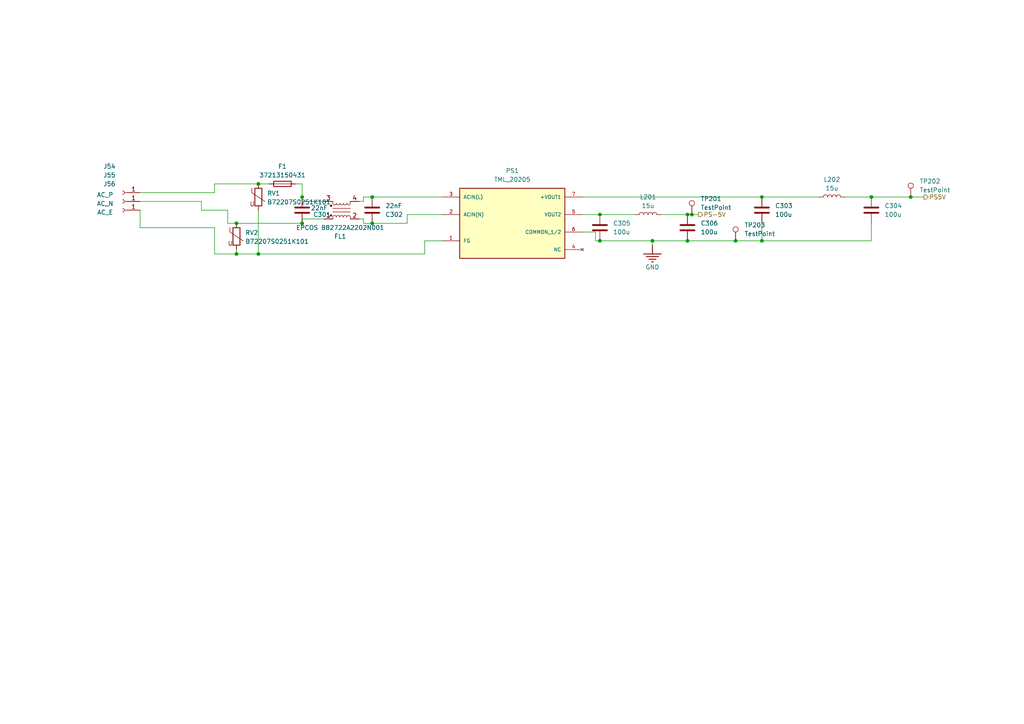
<source format=kicad_sch>
(kicad_sch (version 20250114) (generator "eeschema") (generator_version "9.0")
  (paper "A4")
  (lib_symbols
    (symbol "Connector:Conn_01x01_Socket" (pin_names (offset 1.016) (hide yes))
      (property "Reference" "J" (at 0 2.54 0))
      (property "Value" "Conn_01x01_Socket" (at 0 -2.54 0))
      (symbol "Conn_01x01_Socket_1_1"
        (polyline (pts (xy -1.27 0) (xy -0.508 0)) (stroke (width 0.1524)))
        (arc (start 0 -0.508) (mid -0.5058 0) (end 0 0.508) (stroke (width 0.1524)))
        (pin passive line (at -5.08 0 0) (length 3.81) (name "Pin_1") (number "1"))
      )
    )
    (symbol "Connector:TestPoint" (pin_numbers (hide yes)) (pin_names (offset 0.762) (hide yes))
      (property "Reference" "TP" (at 0 6.858 0))
      (property "Value" "TestPoint" (at 0 5.08 0))
      (symbol "TestPoint_0_1"
        (circle (center 0 3.302) (radius 0.762))
      )
      (symbol "TestPoint_1_1"
        (pin passive line (at 0 0 90) (length 2.54) (name "1") (number "1"))
      )
    )
    (symbol "Device:C" (pin_numbers (hide yes)) (pin_names (offset 0.254))
      (property "Reference" "C" (at 0.635 2.54 0))
      (property "Value" "C" (at 0.635 -2.54 0))
      (symbol "C_0_1"
        (polyline (pts (xy -2.032 0.762) (xy 2.032 0.762)) (stroke (width 0.508)))
        (polyline (pts (xy -2.032 -0.762) (xy 2.032 -0.762)) (stroke (width 0.508)))
      )
      (symbol "C_1_1"
        (pin passive line (at 0 3.81 270) (length 2.794) (name "~") (number "1"))
        (pin passive line (at 0 -3.81 90) (length 2.794) (name "~") (number "2"))
      )
    )
    (symbol "Device:Filter_EMI_LL" (pin_names (offset 0.254) (hide yes))
      (property "Reference" "FL" (at 0 4.445 0))
      (property "Value" "Filter_EMI_LL" (at 0 -4.445 0))
      (symbol "Filter_EMI_LL_0_1"
        (circle (center -3.048 1.524) (radius 0.254) (fill (type outline)))
        (circle (center -3.048 -1.27) (radius 0.254) (fill (type outline)))
        (polyline (pts (xy -2.54 2.032) (xy -2.54 2.54)))
        (polyline (pts (xy -2.54 0.508) (xy 2.54 0.508)))
        (polyline (pts (xy -2.54 -2.032) (xy -2.54 -2.54)))
        (arc (start -1.524 2.032) (mid -2.032 1.5262) (end -2.54 2.032))
        (arc (start -2.54 -2.032) (mid -2.032 -1.5262) (end -1.524 -2.032))
        (arc (start -0.508 2.032) (mid -1.016 1.5262) (end -1.524 2.032))
        (arc (start -1.524 -2.032) (mid -1.016 -1.5262) (end -0.508 -2.032))
        (arc (start 0.508 2.032) (mid 0 1.5262) (end -0.508 2.032))
        (arc (start -0.508 -2.032) (mid 0 -1.5262) (end 0.508 -2.032))
        (arc (start 1.524 2.032) (mid 1.016 1.5262) (end 0.508 2.032))
        (arc (start 0.508 -2.032) (mid 1.016 -1.5262) (end 1.524 -2.032))
        (arc (start 2.54 2.032) (mid 2.032 1.5262) (end 1.524 2.032))
        (arc (start 1.524 -2.032) (mid 2.032 -1.5262) (end 2.54 -2.032))
        (polyline (pts (xy 2.54 2.54) (xy 2.54 2.032)))
        (polyline (pts (xy 2.54 -0.508) (xy -2.54 -0.508)))
        (polyline (pts (xy 2.54 -2.032) (xy 2.54 -2.54)))
      )
      (symbol "Filter_EMI_LL_1_1"
        (pin passive line (at -5.08 2.54 0) (length 2.54) (name "1") (number "1"))
        (pin passive line (at -5.08 -2.54 0) (length 2.54) (name "3") (number "3"))
        (pin passive line (at 5.08 2.54 180) (length 2.54) (name "2") (number "2"))
        (pin passive line (at 5.08 -2.54 180) (length 2.54) (name "4") (number "4"))
      )
    )
    (symbol "Device:Fuse" (pin_numbers (hide yes)) (pin_names (offset 0))
      (property "Reference" "F" (at 2.032 0 90))
      (property "Value" "Fuse" (at -1.905 0 90))
      (symbol "Fuse_0_1"
        (rectangle (start -0.762 -2.54) (end 0.762 2.54) (stroke (width 0.254)))
        (polyline (pts (xy 0 2.54) (xy 0 -2.54)))
      )
      (symbol "Fuse_1_1"
        (pin passive line (at 0 3.81 270) (length 1.27) (name "~") (number "1"))
        (pin passive line (at 0 -3.81 90) (length 1.27) (name "~") (number "2"))
      )
    )
    (symbol "Device:L" (pin_numbers (hide yes)) (pin_names (offset 1.016) (hide yes))
      (property "Reference" "L" (at -1.27 0 90))
      (property "Value" "L" (at 1.905 0 90))
      (symbol "L_0_1"
        (arc (start 0 2.54) (mid 0.6323 1.905) (end 0 1.27))
        (arc (start 0 1.27) (mid 0.6323 0.635) (end 0 0))
        (arc (start 0 0) (mid 0.6323 -0.635) (end 0 -1.27))
        (arc (start 0 -1.27) (mid 0.6323 -1.905) (end 0 -2.54))
      )
      (symbol "L_1_1"
        (pin passive line (at 0 3.81 270) (length 1.27) (name "1") (number "1"))
        (pin passive line (at 0 -3.81 90) (length 1.27) (name "2") (number "2"))
      )
    )
    (symbol "Device:Varistor" (pin_numbers (hide yes)) (pin_names (offset 0))
      (property "Reference" "RV" (at 3.175 0 90))
      (property "Value" "Varistor" (at -3.175 0 90))
      (symbol "Varistor_0_0"
        (text "U" (at -1.778 -2.032 0) (effects (font (size 1.27 1.27))))
      )
      (symbol "Varistor_0_1"
        (polyline (pts (xy -1.905 2.54) (xy -1.905 1.27) (xy 1.905 -1.27)))
        (rectangle (start -1.016 -2.54) (end 1.016 2.54) (stroke (width 0.254)))
      )
      (symbol "Varistor_1_1"
        (pin passive line (at 0 3.81 270) (length 1.27) (name "~") (number "1"))
        (pin passive line (at 0 -3.81 90) (length 1.27) (name "~") (number "2"))
      )
    )
    (symbol "DifferentialProbe-altium-import:GND" (power)
      (property "Reference" "#PWR" (at 0 0 0))
      (property "Value" "GND" (at 0 6.35 0))
      (symbol "GND_0_0"
        (polyline (pts (xy -2.54 -2.54) (xy 2.54 -2.54)) (stroke (width 0.254)))
        (polyline (pts (xy -1.778 -3.302) (xy 1.778 -3.302)) (stroke (width 0.254)))
        (polyline (pts (xy -1.016 -4.064) (xy 1.016 -4.064)) (stroke (width 0.254)))
        (polyline (pts (xy -0.254 -4.826) (xy 0.254 -4.826)) (stroke (width 0.254)))
        (polyline (pts (xy 0 0) (xy 0 -2.54)) (stroke (width 0.254)))
        (pin power_in line (at 0 0 0) (length 0) (hide yes) (name "GND") (number ""))
      )
    )
    (symbol "New_Library:TML_20205" (pin_names (offset 1.016))
      (property "Reference" "PS" (at -15.24 10.922 0))
      (property "Value" "TML_20205" (at -15.24 -12.7 0))
      (symbol "TML_20205_0_0"
        (rectangle (start -15.24 -10.16) (end 15.24 10.16) (stroke (width 0.254)) (fill (type background)))
        (pin input line (at -20.32 7.62 0) (length 5.08) (name "ACIN(L)") (number "3"))
        (pin input line (at -20.32 2.54 0) (length 5.08) (name "ACIN(N)") (number "2"))
        (pin passive line (at -20.32 -5.08 0) (length 5.08) (name "FG") (number "1"))
        (pin output line (at 20.32 7.62 180) (length 5.08) (name "+VOUT1") (number "7"))
        (pin output line (at 20.32 2.54 180) (length 5.08) (name "VOUT2") (number "5"))
        (pin passive line (at 20.32 -2.54 180) (length 5.08) (name "COMMON_1/2") (number "6"))
        (pin no_connect line (at 20.32 -7.62 180) (length 5.08) (name "NC") (number "4"))
      )
    )
  )
  (junction (at 173.99 69.85))
  (junction (at 199.39 69.85))
  (junction (at 264.16 57.15))
  (junction (at 173.99 62.23))
  (junction (at 200.66 62.23))
  (junction (at 252.73 57.15))
  (junction (at 107.95 64.77))
  (junction (at 87.63 64.77))
  (junction (at 220.98 57.15))
  (junction (at 220.98 69.85))
  (junction (at 74.93 73.66))
  (junction (at 87.63 57.15))
  (junction (at 107.95 57.15))
  (junction (at 213.36 69.85))
  (junction (at 199.39 62.23))
  (junction (at 68.58 64.77))
  (junction (at 74.93 53.34))
  (junction (at 189.23 69.85))
  (junction (at 68.58 73.66))
  (wire (pts (xy 200.66 62.23) (xy 202.565 62.23)))
  (wire (pts (xy 168.91 62.23) (xy 173.99 62.23)))
  (wire (pts (xy 189.23 69.85) (xy 199.39 69.85)))
  (wire (pts (xy 220.98 69.85) (xy 252.73 69.85)))
  (wire (pts (xy 264.16 57.15) (xy 267.97 57.15)))
  (wire (pts (xy 85.725 53.34) (xy 87.63 53.34)))
  (wire (pts (xy 105.41 57.15) (xy 105.41 58.42)))
  (wire (pts (xy 68.58 72.39) (xy 68.58 73.66)))
  (wire (pts (xy 220.98 64.77) (xy 220.98 69.85)))
  (wire (pts (xy 173.99 69.85) (xy 172.72 69.85)))
  (wire (pts (xy 40.64 60.96) (xy 40.64 66.04)))
  (wire (pts (xy 118.11 62.23) (xy 128.27 62.23)))
  (wire (pts (xy 123.19 73.66) (xy 123.19 69.85)))
  (wire (pts (xy 87.63 63.5) (xy 93.98 63.5)))
  (wire (pts (xy 105.41 64.77) (xy 105.41 63.5)))
  (wire (pts (xy 172.72 67.31) (xy 168.91 67.31)))
  (wire (pts (xy 74.93 60.96) (xy 74.93 73.66)))
  (wire (pts (xy 105.41 63.5) (xy 104.14 63.5)))
  (wire (pts (xy 199.39 62.23) (xy 200.66 62.23)))
  (wire (pts (xy 74.93 53.34) (xy 78.105 53.34)))
  (wire (pts (xy 123.19 69.85) (xy 128.27 69.85)))
  (wire (pts (xy 62.23 66.04) (xy 62.23 73.66)))
  (wire (pts (xy 245.11 57.15) (xy 252.73 57.15)))
  (wire (pts (xy 40.64 58.42) (xy 58.42 58.42)))
  (wire (pts (xy 87.63 64.77) (xy 87.63 63.5)))
  (wire (pts (xy 173.99 62.23) (xy 184.15 62.23)))
  (wire (pts (xy 68.58 64.77) (xy 87.63 64.77)))
  (wire (pts (xy 172.72 69.85) (xy 172.72 67.31)))
  (wire (pts (xy 40.64 55.88) (xy 62.23 55.88)))
  (wire (pts (xy 40.64 66.04) (xy 62.23 66.04)))
  (wire (pts (xy 199.39 69.85) (xy 213.36 69.85)))
  (wire (pts (xy 87.63 57.15) (xy 87.63 53.34)))
  (wire (pts (xy 74.93 73.66) (xy 123.19 73.66)))
  (wire (pts (xy 213.36 69.85) (xy 220.98 69.85)))
  (wire (pts (xy 58.42 60.96) (xy 66.04 60.96)))
  (wire (pts (xy 105.41 57.15) (xy 107.95 57.15)))
  (wire (pts (xy 66.04 64.77) (xy 66.04 60.96)))
  (wire (pts (xy 252.73 57.15) (xy 264.16 57.15)))
  (wire (pts (xy 105.41 64.77) (xy 107.95 64.77)))
  (wire (pts (xy 105.41 58.42) (xy 104.14 58.42)))
  (wire (pts (xy 87.63 58.42) (xy 87.63 57.15)))
  (wire (pts (xy 66.04 64.77) (xy 68.58 64.77)))
  (wire (pts (xy 189.23 69.85) (xy 189.23 71.12)))
  (wire (pts (xy 107.95 57.15) (xy 128.27 57.15)))
  (wire (pts (xy 62.23 73.66) (xy 68.58 73.66)))
  (wire (pts (xy 62.23 55.88) (xy 62.23 53.34)))
  (wire (pts (xy 252.73 64.77) (xy 252.73 69.85)))
  (wire (pts (xy 191.77 62.23) (xy 199.39 62.23)))
  (wire (pts (xy 168.91 57.15) (xy 220.98 57.15)))
  (wire (pts (xy 107.95 64.77) (xy 118.11 64.77)))
  (wire (pts (xy 58.42 58.42) (xy 58.42 60.96)))
  (wire (pts (xy 93.98 58.42) (xy 87.63 58.42)))
  (wire (pts (xy 220.98 57.15) (xy 237.49 57.15)))
  (wire (pts (xy 62.23 53.34) (xy 74.93 53.34)))
  (wire (pts (xy 68.58 73.66) (xy 74.93 73.66)))
  (wire (pts (xy 118.11 64.77) (xy 118.11 62.23)))
  (wire (pts (xy 173.99 69.85) (xy 189.23 69.85)))
  (hierarchical_label "PS-5V" (shape output) (at 202.565 62.23 0))
  (hierarchical_label "PS5V" (shape output) (at 267.97 57.15 0))
  (symbol (lib_id "Connector:TestPoint") (at 200.66 62.23 0) (unit 1)
    (property "Reference" "TP201" (at 203.2 57.6579 0) (effects (justify left)))
    (property "Value" "TestPoint" (at 203.2 60.1979 0) (effects (justify left)))
    (property "Footprint" "TestPoint:TestPoint_Pad_D2.0mm" (effects (hide yes)))
    (property "Description" "test point" (effects (hide yes)))
  )
  (symbol (lib_id "Device:C") (at 87.63 60.96 0) (mirror x) (unit 1)
    (property "Reference" "C301" (at 90.805 62.23 0) (effects (justify left)))
    (property "Value" "22nF" (at 90.17 60.325 0) (effects (justify left)))
    (property "Footprint" "Capacitor_THT:C_Rect_L13.0mm_W4.0mm_P10.00mm_FKS3_FKP3_MKS4" (effects (hide yes)))
  )
  (symbol (lib_id "Connector:TestPoint") (at 213.36 69.85 0) (unit 1)
    (property "Reference" "TP203" (at 215.9 65.2779 0) (effects (justify left)))
    (property "Value" "TestPoint" (at 215.9 67.8179 0) (effects (justify left)))
    (property "Footprint" "TestPoint:TestPoint_Pad_D2.0mm" (effects (hide yes)))
    (property "Description" "test point" (effects (hide yes)))
  )
  (symbol (lib_id "Device:C") (at 220.98 60.96 0) (unit 1)
    (property "Reference" "C303" (at 224.79 59.6899 0) (effects (justify left)))
    (property "Value" "100u" (at 224.79 62.2299 0) (effects (justify left)))
    (property "Footprint" "Capacitor_SMD:C_1206_3216Metric" (effects (hide yes)))
  )
  (symbol (lib_id "Device:C") (at 252.73 60.96 0) (unit 1)
    (property "Reference" "C304" (at 256.54 59.69 0) (effects (justify left)))
    (property "Value" "100u" (at 256.54 62.23 0) (effects (justify left)))
    (property "Footprint" "Capacitor_SMD:C_1206_3216Metric" (effects (hide yes)))
  )
  (symbol (lib_id "New_Library:TML_20205") (at 148.59 64.77 0) (unit 1)
    (property "Reference" "PS1" (at 148.59 49.53 0))
    (property "Value" "TML_20205" (at 148.59 52.07 0))
    (property "Footprint" "MyLib:CONV_TML_20205" (effects (hide yes)))
    (property "PARTREV" "April 7,2021" (effects (hide yes)))
    (property "STANDARD" "IPC 7351B" (effects (hide yes)))
    (property "MAXIMUM_PACKAGE_HEIGHT" "22.2mm" (effects (hide yes)))
    (property "MANUFACTURER" "Traco Power" (effects (hide yes)))
  )
  (symbol (lib_id "Connector:Conn_01x01_Socket") (at 35.56 60.96 180) (unit 1)
    (property "Reference" "J56" (at 31.75 53.34 0))
    (property "Value" "AC_E" (at 30.48 61.595 0))
    (property "Footprint" "Connector_Pin:Pin_D1.4mm_L8.5mm_W2.8mm_FlatFork" (effects (hide yes)))
  )
  (symbol (lib_id "Device:C") (at 107.95 60.96 0) (mirror x) (unit 1)
    (property "Reference" "C302" (at 111.76 62.23 0) (effects (justify left)))
    (property "Value" "22nF" (at 111.76 59.69 0) (effects (justify left)))
    (property "Footprint" "Capacitor_THT:C_Rect_L13.0mm_W4.0mm_P10.00mm_FKS3_FKP3_MKS4" (effects (hide yes)))
  )
  (symbol (lib_id "Connector:Conn_01x01_Socket") (at 35.56 58.42 180) (unit 1)
    (property "Reference" "J55" (at 31.75 50.8 0))
    (property "Value" "AC_N" (at 30.48 59.055 0))
    (property "Footprint" "Connector_Pin:Pin_D1.4mm_L8.5mm_W2.8mm_FlatFork" (effects (hide yes)))
  )
  (symbol (lib_id "Connector:TestPoint") (at 264.16 57.15 0) (unit 1)
    (property "Reference" "TP202" (at 266.7 52.5779 0) (effects (justify left)))
    (property "Value" "TestPoint" (at 266.7 55.1179 0) (effects (justify left)))
    (property "Footprint" "TestPoint:TestPoint_Pad_D2.0mm" (effects (hide yes)))
    (property "Description" "test point" (effects (hide yes)))
  )
  (symbol (lib_id "Connector:Conn_01x01_Socket") (at 35.56 55.88 180) (unit 1)
    (property "Reference" "J54" (at 31.75 48.26 0))
    (property "Value" "AC_P" (at 30.48 56.515 0))
    (property "Footprint" "Connector_Pin:Pin_D1.4mm_L8.5mm_W2.8mm_FlatFork" (effects (hide yes)))
  )
  (symbol (lib_id "Device:L") (at 187.96 62.23 90) (unit 1)
    (property "Reference" "L201" (at 187.96 57.15 90))
    (property "Value" "15u" (at 187.96 59.69 90))
    (property "Footprint" "Inductor_SMD:L_Ferrocore_DLG-1004" (effects (hide yes)))
    (property "Description" "Inductor" (effects (hide yes)))
  )
  (symbol (lib_id "Device:Varistor") (at 68.58 68.58 0) (unit 1)
    (property "Reference" "RV2" (at 71.12 67.5033 0) (effects (justify left)))
    (property "Value" "B72207S0251K101" (at 71.12 70.0433 0) (effects (justify left)))
    (property "Footprint" "Varistor:RV_Disc_D9mm_W4.2mm_P5mm" (effects (hide yes)))
    (property "Sim.Name" "kicad_builtin_varistor" (effects (hide yes)))
    (property "Sim.Device" "SUBCKT" (effects (hide yes)))
    (property "Sim.Pins" "1=A 2=B" (effects (hide yes)))
    (property "Sim.Params" "threshold=1k" (effects (hide yes)))
    (property "Sim.Library" "${KICAD7_SYMBOL_DIR}/Simulation_SPICE.sp" (effects (hide yes)))
  )
  (symbol (lib_id "Device:Varistor") (at 74.93 57.15 0) (unit 1)
    (property "Reference" "RV1" (at 77.47 56.0733 0) (effects (justify left)))
    (property "Value" "B72207S0251K101" (at 77.47 58.6133 0) (effects (justify left)))
    (property "Footprint" "Varistor:RV_Disc_D9mm_W4.2mm_P5mm" (effects (hide yes)))
    (property "Sim.Name" "kicad_builtin_varistor" (effects (hide yes)))
    (property "Sim.Device" "SUBCKT" (effects (hide yes)))
    (property "Sim.Pins" "1=A 2=B" (effects (hide yes)))
    (property "Sim.Params" "threshold=1k" (effects (hide yes)))
    (property "Sim.Library" "${KICAD7_SYMBOL_DIR}/Simulation_SPICE.sp" (effects (hide yes)))
  )
  (symbol (lib_id "Device:C") (at 173.99 66.04 0) (unit 1)
    (property "Reference" "C305" (at 177.8 64.7699 0) (effects (justify left)))
    (property "Value" "100u" (at 177.8 67.3099 0) (effects (justify left)))
    (property "Footprint" "Capacitor_SMD:C_1206_3216Metric" (effects (hide yes)))
  )
  (symbol (lib_id "Device:Fuse") (at 81.915 53.34 90) (unit 1)
    (property "Reference" "F1" (at 81.915 48.26 90))
    (property "Value" "37213150431" (at 81.915 50.8 90))
    (property "Footprint" "Fuse:Fuse_Littelfuse_372_D8.50mm" (effects (hide yes)))
  )
  (symbol (lib_id "Device:L") (at 241.3 57.15 90) (unit 1)
    (property "Reference" "L202" (at 241.3 52.07 90))
    (property "Value" "15u" (at 241.3 54.61 90))
    (property "Footprint" "Inductor_SMD:L_Ferrocore_DLG-1004" (effects (hide yes)))
    (property "Description" "Inductor" (effects (hide yes)))
  )
  (symbol (lib_id "DifferentialProbe-altium-import:GND") (at 189.23 71.12 0) (unit 1)
    (property "Reference" "#PWR036" (effects (hide yes)))
    (property "Value" "GND" (at 189.23 77.47 0))
    (instances (project "diffprobe-espnow" (path "" (reference "#PWR036") (unit 1))) (project "diffprobe" (path "" (reference "#PWR016") (unit 1))) (project "DifferentialProbe" (path "" (reference "#PWR?") (unit 1))))
  )
  (symbol (lib_id "Device:Filter_EMI_LL") (at 99.06 60.96 0) (mirror x) (unit 1)
    (property "Reference" "FL1" (at 98.679 68.58 0))
    (property "Value" "EPCOS B82722A2202N001" (at 98.679 66.04 0))
    (property "Footprint" "Inductor_THT:Choke_EPCOS_B82722A" (effects (hide yes)))
  )
  (symbol (lib_id "Device:C") (at 199.39 66.04 180) (unit 1)
    (property "Reference" "C306" (at 203.2 64.7699 0) (effects (justify right)))
    (property "Value" "100u" (at 203.2 67.3099 0) (effects (justify right)))
    (property "Footprint" "Capacitor_SMD:C_1206_3216Metric" (effects (hide yes)))
  )
)
</source>
